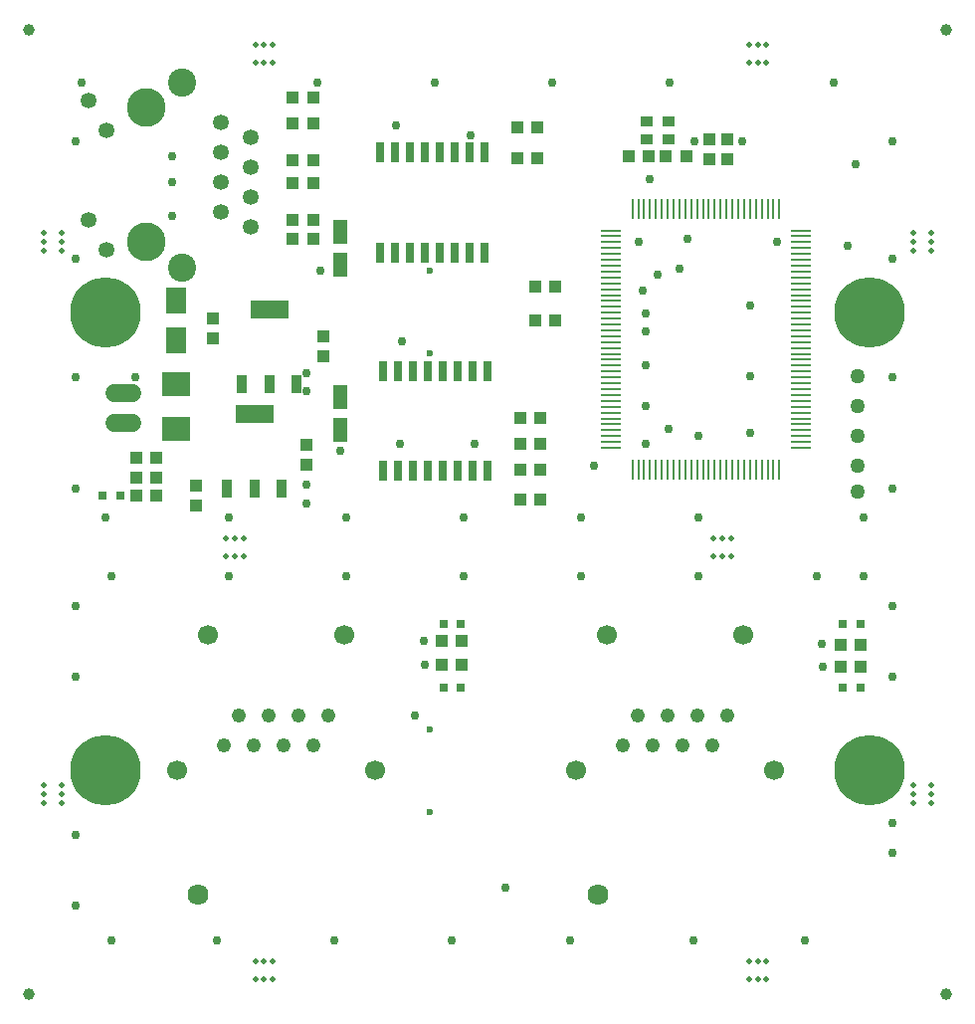
<source format=gts>
G75*
%MOIN*%
%OFA0B0*%
%FSLAX25Y25*%
%IPPOS*%
%LPD*%
%AMOC8*
5,1,8,0,0,1.08239X$1,22.5*
%
%ADD10C,0.01969*%
%ADD11C,0.06000*%
%ADD12C,0.04800*%
%ADD13C,0.07050*%
%ADD14C,0.06693*%
%ADD15C,0.05315*%
%ADD16C,0.09449*%
%ADD17C,0.12992*%
%ADD18R,0.03000X0.06500*%
%ADD19R,0.03937X0.04331*%
%ADD20R,0.04724X0.07874*%
%ADD21R,0.09449X0.07874*%
%ADD22R,0.04331X0.03937*%
%ADD23R,0.06500X0.08600*%
%ADD24R,0.03150X0.03150*%
%ADD25R,0.06900X0.01100*%
%ADD26R,0.01100X0.06900*%
%ADD27R,0.03937X0.03543*%
%ADD28C,0.03937*%
%ADD29R,0.03500X0.06400*%
%ADD30R,0.12500X0.06400*%
%ADD31C,0.02362*%
%ADD32C,0.23622*%
%ADD33C,0.05000*%
%ADD34C,0.02953*%
D10*
X0171060Y0112280D03*
X0174012Y0112280D03*
X0176965Y0112280D03*
X0176965Y0118185D03*
X0174012Y0118185D03*
X0171060Y0118185D03*
X0106099Y0171335D03*
X0106099Y0174287D03*
X0106099Y0177240D03*
X0100194Y0177240D03*
X0100194Y0174287D03*
X0100194Y0171335D03*
X0161217Y0254012D03*
X0164170Y0254012D03*
X0167123Y0254012D03*
X0167123Y0259917D03*
X0164170Y0259917D03*
X0161217Y0259917D03*
X0106099Y0356374D03*
X0106099Y0359327D03*
X0106099Y0362280D03*
X0100194Y0362280D03*
X0100194Y0359327D03*
X0100194Y0356374D03*
X0171060Y0419366D03*
X0174012Y0419366D03*
X0176965Y0419366D03*
X0176965Y0425272D03*
X0174012Y0425272D03*
X0171060Y0425272D03*
X0336414Y0425272D03*
X0339367Y0425272D03*
X0342320Y0425272D03*
X0342320Y0419366D03*
X0339367Y0419366D03*
X0336414Y0419366D03*
X0391532Y0362280D03*
X0391532Y0359327D03*
X0391532Y0356374D03*
X0397438Y0356374D03*
X0397438Y0359327D03*
X0397438Y0362280D03*
X0330509Y0259917D03*
X0327556Y0259917D03*
X0324603Y0259917D03*
X0324603Y0254012D03*
X0327556Y0254012D03*
X0330509Y0254012D03*
X0391532Y0177240D03*
X0391532Y0174287D03*
X0391532Y0171335D03*
X0397438Y0171335D03*
X0397438Y0174287D03*
X0397438Y0177240D03*
X0342320Y0118185D03*
X0339367Y0118185D03*
X0336414Y0118185D03*
X0336414Y0112280D03*
X0339367Y0112280D03*
X0342320Y0112280D03*
D11*
X0130024Y0298579D02*
X0124024Y0298579D01*
X0124024Y0308579D02*
X0130024Y0308579D01*
D12*
X0165449Y0200461D03*
X0175449Y0200461D03*
X0185449Y0200461D03*
X0195449Y0200461D03*
X0190449Y0190461D03*
X0180449Y0190461D03*
X0170449Y0190461D03*
X0160449Y0190461D03*
X0294308Y0190461D03*
X0304308Y0190461D03*
X0314308Y0190461D03*
X0324308Y0190461D03*
X0329308Y0200461D03*
X0319308Y0200461D03*
X0309308Y0200461D03*
X0299308Y0200461D03*
D13*
X0285808Y0140661D03*
X0151949Y0140661D03*
D14*
X0144780Y0182161D03*
X0155115Y0227437D03*
X0200784Y0227437D03*
X0211119Y0182161D03*
X0278638Y0182161D03*
X0288973Y0227437D03*
X0334642Y0227437D03*
X0344977Y0182161D03*
D15*
X0169520Y0364113D03*
X0169520Y0374113D03*
X0169520Y0384113D03*
X0169520Y0394113D03*
X0159520Y0389113D03*
X0159520Y0379113D03*
X0159520Y0369113D03*
X0159520Y0399113D03*
X0121221Y0396517D03*
X0115234Y0406510D03*
X0115236Y0366714D03*
X0121219Y0356707D03*
D16*
X0146528Y0350609D03*
X0146528Y0412617D03*
D17*
X0134520Y0404113D03*
X0134520Y0359113D03*
D18*
X0212792Y0355667D03*
X0217792Y0355667D03*
X0222792Y0355667D03*
X0227792Y0355667D03*
X0232792Y0355667D03*
X0237792Y0355667D03*
X0242792Y0355667D03*
X0247792Y0355667D03*
X0247792Y0389167D03*
X0242792Y0389167D03*
X0237792Y0389167D03*
X0232792Y0389167D03*
X0227792Y0389167D03*
X0222792Y0389167D03*
X0217792Y0389167D03*
X0212792Y0389167D03*
X0213717Y0316028D03*
X0218717Y0316028D03*
X0223717Y0316028D03*
X0228717Y0316028D03*
X0233717Y0316028D03*
X0238717Y0316028D03*
X0243717Y0316028D03*
X0248717Y0316028D03*
X0248717Y0282528D03*
X0243717Y0282528D03*
X0238717Y0282528D03*
X0233717Y0282528D03*
X0228717Y0282528D03*
X0223717Y0282528D03*
X0218717Y0282528D03*
X0213717Y0282528D03*
D19*
X0188274Y0284514D03*
X0188274Y0291207D03*
X0193727Y0320764D03*
X0193727Y0327457D03*
X0157024Y0327014D03*
X0157024Y0333707D03*
X0183678Y0366423D03*
X0190371Y0366423D03*
X0190371Y0378923D03*
X0183678Y0378923D03*
X0183678Y0386423D03*
X0190371Y0386423D03*
X0190371Y0398923D03*
X0183678Y0398923D03*
X0258717Y0397441D03*
X0265410Y0397441D03*
X0265410Y0387063D03*
X0258717Y0387063D03*
X0264928Y0344110D03*
X0271621Y0344110D03*
X0271621Y0332860D03*
X0264928Y0332860D03*
X0266621Y0300360D03*
X0259928Y0300360D03*
X0259928Y0291610D03*
X0266621Y0291610D03*
X0266621Y0282860D03*
X0259928Y0282860D03*
X0259928Y0272860D03*
X0266621Y0272860D03*
X0240351Y0225469D03*
X0233658Y0225469D03*
X0233658Y0217594D03*
X0240351Y0217594D03*
X0151306Y0270764D03*
X0151306Y0277457D03*
X0137949Y0274110D03*
X0131257Y0274110D03*
X0367123Y0224287D03*
X0373816Y0224287D03*
X0373816Y0216807D03*
X0367123Y0216807D03*
D20*
X0199524Y0296098D03*
X0199524Y0307122D03*
X0199524Y0351443D03*
X0199524Y0362467D03*
D21*
X0144524Y0311591D03*
X0144524Y0296630D03*
D22*
X0137871Y0286876D03*
X0137871Y0280360D03*
X0131178Y0280360D03*
X0131178Y0286876D03*
X0183678Y0360173D03*
X0190371Y0360173D03*
X0190371Y0407673D03*
X0183678Y0407673D03*
X0296178Y0387860D03*
X0302871Y0387860D03*
X0308678Y0387860D03*
X0315371Y0387860D03*
X0323274Y0387014D03*
X0329259Y0387014D03*
X0329259Y0393707D03*
X0323274Y0393707D03*
D23*
X0144524Y0339560D03*
X0144524Y0326160D03*
D24*
X0125774Y0274110D03*
X0119869Y0274110D03*
X0234052Y0231374D03*
X0239957Y0231374D03*
X0239957Y0209720D03*
X0234052Y0209720D03*
X0367910Y0209720D03*
X0373816Y0209720D03*
X0373816Y0231374D03*
X0367910Y0231374D03*
D25*
X0353824Y0290193D03*
X0353824Y0292161D03*
X0353824Y0294130D03*
X0353824Y0296098D03*
X0353824Y0298067D03*
X0353824Y0300035D03*
X0353824Y0302004D03*
X0353824Y0303972D03*
X0353824Y0305941D03*
X0353824Y0307909D03*
X0353824Y0309878D03*
X0353824Y0311846D03*
X0353824Y0313815D03*
X0353824Y0315783D03*
X0353824Y0317752D03*
X0353824Y0319720D03*
X0353824Y0321689D03*
X0353824Y0323657D03*
X0353824Y0325626D03*
X0353824Y0327594D03*
X0353824Y0329563D03*
X0353824Y0331531D03*
X0353824Y0333500D03*
X0353824Y0335469D03*
X0353824Y0337437D03*
X0353824Y0339406D03*
X0353824Y0341374D03*
X0353824Y0343343D03*
X0353824Y0345311D03*
X0353824Y0347280D03*
X0353824Y0349248D03*
X0353824Y0351217D03*
X0353824Y0353185D03*
X0353824Y0355154D03*
X0353824Y0357122D03*
X0353824Y0359091D03*
X0353824Y0361059D03*
X0353824Y0363028D03*
X0290224Y0363028D03*
X0290224Y0361059D03*
X0290224Y0359091D03*
X0290224Y0357122D03*
X0290224Y0355154D03*
X0290224Y0353185D03*
X0290224Y0351217D03*
X0290224Y0349248D03*
X0290224Y0347280D03*
X0290224Y0345311D03*
X0290224Y0343343D03*
X0290224Y0341374D03*
X0290224Y0339406D03*
X0290224Y0337437D03*
X0290224Y0335469D03*
X0290224Y0333500D03*
X0290224Y0331531D03*
X0290224Y0329563D03*
X0290224Y0327594D03*
X0290224Y0325626D03*
X0290224Y0323657D03*
X0290224Y0321689D03*
X0290224Y0319720D03*
X0290224Y0317752D03*
X0290224Y0315783D03*
X0290224Y0313815D03*
X0290224Y0311846D03*
X0290224Y0309878D03*
X0290224Y0307909D03*
X0290224Y0305941D03*
X0290224Y0303972D03*
X0290224Y0302004D03*
X0290224Y0300035D03*
X0290224Y0298067D03*
X0290224Y0296098D03*
X0290224Y0294130D03*
X0290224Y0292161D03*
X0290224Y0290193D03*
D26*
X0297418Y0283010D03*
X0299386Y0283010D03*
X0301355Y0283010D03*
X0303323Y0283010D03*
X0305292Y0283010D03*
X0307260Y0283010D03*
X0309229Y0283010D03*
X0311198Y0283010D03*
X0313166Y0283010D03*
X0315135Y0283010D03*
X0317103Y0283010D03*
X0319072Y0283010D03*
X0321040Y0283010D03*
X0323009Y0283010D03*
X0324977Y0283010D03*
X0326946Y0283010D03*
X0328914Y0283010D03*
X0330883Y0283010D03*
X0332851Y0283010D03*
X0334820Y0283010D03*
X0336788Y0283010D03*
X0338757Y0283010D03*
X0340725Y0283010D03*
X0342694Y0283010D03*
X0344662Y0283010D03*
X0346631Y0283010D03*
X0346631Y0370210D03*
X0344662Y0370210D03*
X0342694Y0370210D03*
X0340725Y0370210D03*
X0338757Y0370210D03*
X0336788Y0370210D03*
X0334820Y0370210D03*
X0332851Y0370210D03*
X0330883Y0370210D03*
X0328914Y0370210D03*
X0326946Y0370210D03*
X0324977Y0370210D03*
X0323009Y0370210D03*
X0321040Y0370210D03*
X0319072Y0370210D03*
X0317103Y0370210D03*
X0315135Y0370210D03*
X0313166Y0370210D03*
X0311198Y0370210D03*
X0309229Y0370210D03*
X0307260Y0370210D03*
X0305292Y0370210D03*
X0303323Y0370210D03*
X0301355Y0370210D03*
X0299386Y0370210D03*
X0297418Y0370210D03*
D27*
X0302133Y0393559D03*
X0302133Y0399661D03*
X0309416Y0399661D03*
X0309416Y0393559D03*
D28*
X0095272Y0107358D03*
X0402359Y0107358D03*
X0402359Y0430193D03*
X0095272Y0430193D03*
D29*
X0166674Y0311510D03*
X0175774Y0311510D03*
X0184874Y0311510D03*
X0179874Y0276510D03*
X0170774Y0276510D03*
X0161674Y0276510D03*
D30*
X0170774Y0301710D03*
X0175774Y0336710D03*
D31*
X0229524Y0349484D03*
X0229524Y0321925D03*
X0229524Y0195941D03*
X0229524Y0168382D03*
D32*
X0120863Y0182161D03*
X0120863Y0335705D03*
X0376768Y0335705D03*
X0376768Y0182161D03*
D33*
X0372831Y0275665D03*
X0372831Y0284268D03*
X0372831Y0294268D03*
X0372831Y0304268D03*
X0372831Y0314268D03*
D34*
X0384642Y0314051D03*
X0384642Y0276650D03*
X0374800Y0266807D03*
X0374800Y0247122D03*
X0384642Y0237280D03*
X0384642Y0213657D03*
X0361119Y0216856D03*
X0360745Y0224671D03*
X0359052Y0247122D03*
X0319682Y0247122D03*
X0319682Y0266807D03*
X0302024Y0291610D03*
X0309524Y0296610D03*
X0319524Y0294110D03*
X0337024Y0295360D03*
X0337024Y0314110D03*
X0337024Y0337860D03*
X0345774Y0359110D03*
X0369524Y0357860D03*
X0384642Y0353421D03*
X0372103Y0385360D03*
X0384642Y0392791D03*
X0364957Y0412476D03*
X0334259Y0392860D03*
X0318274Y0392860D03*
X0303274Y0380360D03*
X0299524Y0359110D03*
X0305774Y0348126D03*
X0313274Y0350360D03*
X0315774Y0360360D03*
X0300774Y0342860D03*
X0302024Y0335360D03*
X0302024Y0329110D03*
X0302024Y0317860D03*
X0302024Y0304110D03*
X0284524Y0284110D03*
X0280312Y0266807D03*
X0280312Y0247122D03*
X0240942Y0247122D03*
X0240942Y0266807D03*
X0244524Y0291610D03*
X0219524Y0291610D03*
X0199524Y0289110D03*
X0188274Y0277860D03*
X0188274Y0271610D03*
X0201572Y0266807D03*
X0201572Y0247122D03*
X0227418Y0225705D03*
X0227762Y0217594D03*
X0224524Y0200419D03*
X0254721Y0142791D03*
X0237005Y0125075D03*
X0197635Y0125075D03*
X0158264Y0125075D03*
X0122831Y0125075D03*
X0111020Y0136886D03*
X0111020Y0160508D03*
X0111020Y0213657D03*
X0111020Y0237280D03*
X0122831Y0247122D03*
X0120863Y0266807D03*
X0111020Y0276650D03*
X0111020Y0314051D03*
X0130705Y0314051D03*
X0111020Y0353421D03*
X0143274Y0367860D03*
X0143274Y0379110D03*
X0143274Y0387860D03*
X0112989Y0412476D03*
X0111020Y0392791D03*
X0191729Y0412476D03*
X0218274Y0398313D03*
X0231099Y0412476D03*
X0243274Y0395016D03*
X0270469Y0412476D03*
X0309839Y0412476D03*
X0220272Y0325862D03*
X0192713Y0349484D03*
X0188274Y0315360D03*
X0188274Y0309110D03*
X0162201Y0266807D03*
X0162201Y0247122D03*
X0276375Y0125075D03*
X0317713Y0125075D03*
X0355115Y0125075D03*
X0384642Y0154602D03*
X0384642Y0164445D03*
M02*

</source>
